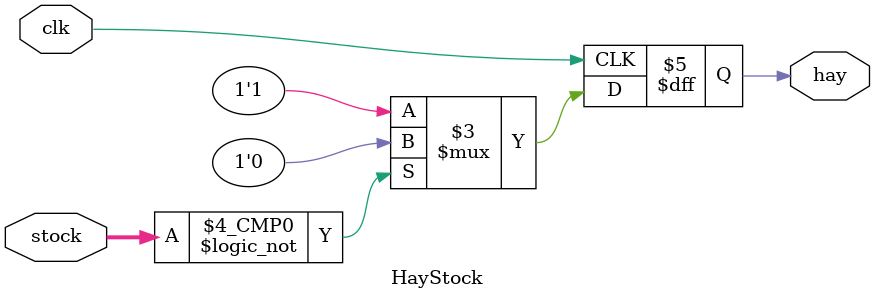
<source format=v>
`timescale 1ns / 1ps


module HayStock(
    input clk,
    input [3:0] stock,
    output reg hay          //0: No hay, 1: Hay
    );
    
    always @(posedge clk) begin       
            case(stock)
                4'b0000: hay = 0;   // Si el stock es cero, entonces no se puede hacer la venta.
                default: hay = 1;   //Cualquier número mayor a cero activa un "Si hay".
            endcase
    end
endmodule

</source>
